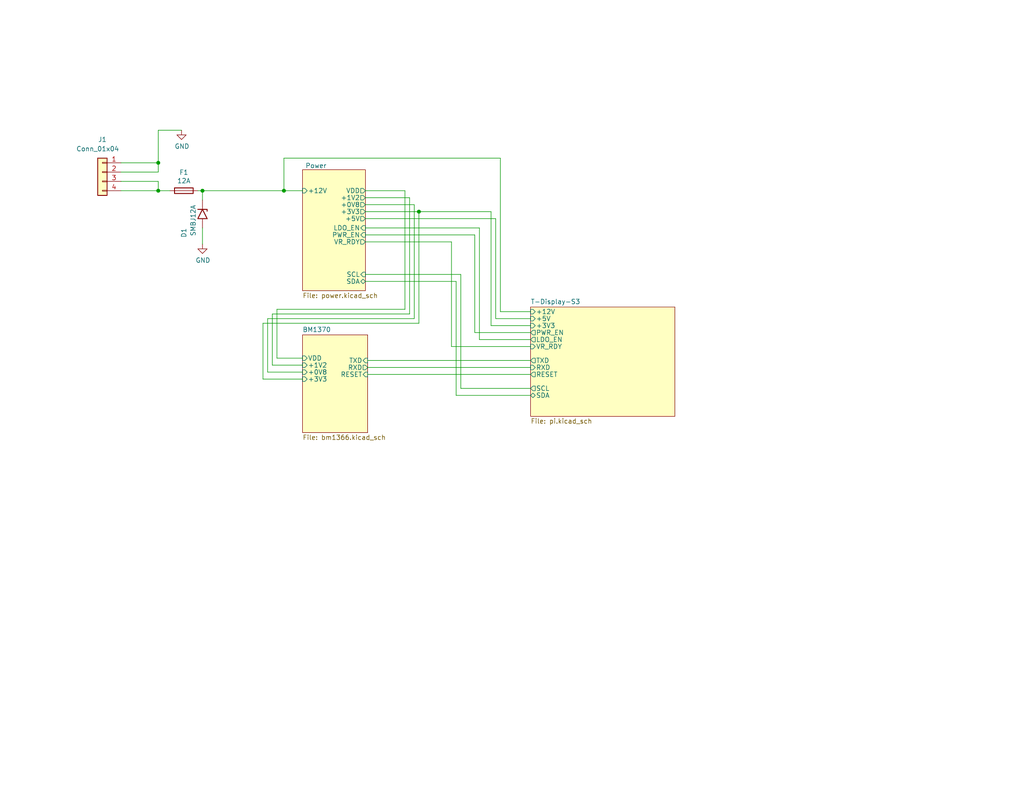
<source format=kicad_sch>
(kicad_sch
	(version 20231120)
	(generator "eeschema")
	(generator_version "8.0")
	(uuid "e63e39d7-6ac0-4ffd-8aa3-1841a4541b55")
	(paper "A")
	(title_block
		(title "BM1366 PiAxe")
		(date "2023-10-10")
		(rev "202")
	)
	(lib_symbols
		(symbol "Connector_Generic:Conn_01x04"
			(pin_names
				(offset 1.016) hide)
			(exclude_from_sim no)
			(in_bom yes)
			(on_board yes)
			(property "Reference" "J"
				(at 0 5.08 0)
				(effects
					(font
						(size 1.27 1.27)
					)
				)
			)
			(property "Value" "Conn_01x04"
				(at 0 -7.62 0)
				(effects
					(font
						(size 1.27 1.27)
					)
				)
			)
			(property "Footprint" ""
				(at 0 0 0)
				(effects
					(font
						(size 1.27 1.27)
					)
					(hide yes)
				)
			)
			(property "Datasheet" "~"
				(at 0 0 0)
				(effects
					(font
						(size 1.27 1.27)
					)
					(hide yes)
				)
			)
			(property "Description" "Generic connector, single row, 01x04, script generated (kicad-library-utils/schlib/autogen/connector/)"
				(at 0 0 0)
				(effects
					(font
						(size 1.27 1.27)
					)
					(hide yes)
				)
			)
			(property "ki_keywords" "connector"
				(at 0 0 0)
				(effects
					(font
						(size 1.27 1.27)
					)
					(hide yes)
				)
			)
			(property "ki_fp_filters" "Connector*:*_1x??_*"
				(at 0 0 0)
				(effects
					(font
						(size 1.27 1.27)
					)
					(hide yes)
				)
			)
			(symbol "Conn_01x04_1_1"
				(rectangle
					(start -1.27 -4.953)
					(end 0 -5.207)
					(stroke
						(width 0.1524)
						(type default)
					)
					(fill
						(type none)
					)
				)
				(rectangle
					(start -1.27 -2.413)
					(end 0 -2.667)
					(stroke
						(width 0.1524)
						(type default)
					)
					(fill
						(type none)
					)
				)
				(rectangle
					(start -1.27 0.127)
					(end 0 -0.127)
					(stroke
						(width 0.1524)
						(type default)
					)
					(fill
						(type none)
					)
				)
				(rectangle
					(start -1.27 2.667)
					(end 0 2.413)
					(stroke
						(width 0.1524)
						(type default)
					)
					(fill
						(type none)
					)
				)
				(rectangle
					(start -1.27 3.81)
					(end 1.27 -6.35)
					(stroke
						(width 0.254)
						(type default)
					)
					(fill
						(type background)
					)
				)
				(pin passive line
					(at -5.08 2.54 0)
					(length 3.81)
					(name "Pin_1"
						(effects
							(font
								(size 1.27 1.27)
							)
						)
					)
					(number "1"
						(effects
							(font
								(size 1.27 1.27)
							)
						)
					)
				)
				(pin passive line
					(at -5.08 0 0)
					(length 3.81)
					(name "Pin_2"
						(effects
							(font
								(size 1.27 1.27)
							)
						)
					)
					(number "2"
						(effects
							(font
								(size 1.27 1.27)
							)
						)
					)
				)
				(pin passive line
					(at -5.08 -2.54 0)
					(length 3.81)
					(name "Pin_3"
						(effects
							(font
								(size 1.27 1.27)
							)
						)
					)
					(number "3"
						(effects
							(font
								(size 1.27 1.27)
							)
						)
					)
				)
				(pin passive line
					(at -5.08 -5.08 0)
					(length 3.81)
					(name "Pin_4"
						(effects
							(font
								(size 1.27 1.27)
							)
						)
					)
					(number "4"
						(effects
							(font
								(size 1.27 1.27)
							)
						)
					)
				)
			)
		)
		(symbol "Device:Fuse"
			(pin_numbers hide)
			(pin_names
				(offset 0)
			)
			(exclude_from_sim no)
			(in_bom yes)
			(on_board yes)
			(property "Reference" "F"
				(at 2.032 0 90)
				(effects
					(font
						(size 1.27 1.27)
					)
				)
			)
			(property "Value" "Fuse"
				(at -1.905 0 90)
				(effects
					(font
						(size 1.27 1.27)
					)
				)
			)
			(property "Footprint" ""
				(at -1.778 0 90)
				(effects
					(font
						(size 1.27 1.27)
					)
					(hide yes)
				)
			)
			(property "Datasheet" "~"
				(at 0 0 0)
				(effects
					(font
						(size 1.27 1.27)
					)
					(hide yes)
				)
			)
			(property "Description" "Fuse"
				(at 0 0 0)
				(effects
					(font
						(size 1.27 1.27)
					)
					(hide yes)
				)
			)
			(property "ki_keywords" "fuse"
				(at 0 0 0)
				(effects
					(font
						(size 1.27 1.27)
					)
					(hide yes)
				)
			)
			(property "ki_fp_filters" "*Fuse*"
				(at 0 0 0)
				(effects
					(font
						(size 1.27 1.27)
					)
					(hide yes)
				)
			)
			(symbol "Fuse_0_1"
				(rectangle
					(start -0.762 -2.54)
					(end 0.762 2.54)
					(stroke
						(width 0.254)
						(type default)
					)
					(fill
						(type none)
					)
				)
				(polyline
					(pts
						(xy 0 2.54) (xy 0 -2.54)
					)
					(stroke
						(width 0)
						(type default)
					)
					(fill
						(type none)
					)
				)
			)
			(symbol "Fuse_1_1"
				(pin passive line
					(at 0 3.81 270)
					(length 1.27)
					(name "~"
						(effects
							(font
								(size 1.27 1.27)
							)
						)
					)
					(number "1"
						(effects
							(font
								(size 1.27 1.27)
							)
						)
					)
				)
				(pin passive line
					(at 0 -3.81 90)
					(length 1.27)
					(name "~"
						(effects
							(font
								(size 1.27 1.27)
							)
						)
					)
					(number "2"
						(effects
							(font
								(size 1.27 1.27)
							)
						)
					)
				)
			)
		)
		(symbol "Diode:5KPxxA"
			(pin_numbers hide)
			(pin_names
				(offset 1.016) hide)
			(exclude_from_sim no)
			(in_bom yes)
			(on_board yes)
			(property "Reference" "D"
				(at 0 2.54 0)
				(effects
					(font
						(size 1.27 1.27)
					)
				)
			)
			(property "Value" "5KPxxA"
				(at 0 -2.54 0)
				(effects
					(font
						(size 1.27 1.27)
					)
				)
			)
			(property "Footprint" "Diode_THT:D_P600_R-6_P20.00mm_Horizontal"
				(at 0 -5.08 0)
				(effects
					(font
						(size 1.27 1.27)
					)
					(hide yes)
				)
			)
			(property "Datasheet" "https://diotec.com/tl_files/diotec/files/pdf/datasheets/5kp65.pdf"
				(at -1.27 0 0)
				(effects
					(font
						(size 1.27 1.27)
					)
					(hide yes)
				)
			)
			(property "Description" "5000W unidirectional Transient Voltage Suppressor, P-600"
				(at 0 0 0)
				(effects
					(font
						(size 1.27 1.27)
					)
					(hide yes)
				)
			)
			(property "ki_keywords" "diode TVS voltage suppressor"
				(at 0 0 0)
				(effects
					(font
						(size 1.27 1.27)
					)
					(hide yes)
				)
			)
			(property "ki_fp_filters" "D?P600*"
				(at 0 0 0)
				(effects
					(font
						(size 1.27 1.27)
					)
					(hide yes)
				)
			)
			(symbol "5KPxxA_0_1"
				(polyline
					(pts
						(xy -0.762 1.27) (xy -1.27 1.27) (xy -1.27 -1.27)
					)
					(stroke
						(width 0.254)
						(type default)
					)
					(fill
						(type none)
					)
				)
				(polyline
					(pts
						(xy 1.27 1.27) (xy 1.27 -1.27) (xy -1.27 0) (xy 1.27 1.27)
					)
					(stroke
						(width 0.254)
						(type default)
					)
					(fill
						(type none)
					)
				)
			)
			(symbol "5KPxxA_1_1"
				(pin passive line
					(at -3.81 0 0)
					(length 2.54)
					(name "A1"
						(effects
							(font
								(size 1.27 1.27)
							)
						)
					)
					(number "1"
						(effects
							(font
								(size 1.27 1.27)
							)
						)
					)
				)
				(pin passive line
					(at 3.81 0 180)
					(length 2.54)
					(name "A2"
						(effects
							(font
								(size 1.27 1.27)
							)
						)
					)
					(number "2"
						(effects
							(font
								(size 1.27 1.27)
							)
						)
					)
				)
			)
		)
		(symbol "power:GND"
			(power)
			(pin_names
				(offset 0)
			)
			(exclude_from_sim no)
			(in_bom yes)
			(on_board yes)
			(property "Reference" "#PWR"
				(at 0 -6.35 0)
				(effects
					(font
						(size 1.27 1.27)
					)
					(hide yes)
				)
			)
			(property "Value" "GND"
				(at 0 -3.81 0)
				(effects
					(font
						(size 1.27 1.27)
					)
				)
			)
			(property "Footprint" ""
				(at 0 0 0)
				(effects
					(font
						(size 1.27 1.27)
					)
					(hide yes)
				)
			)
			(property "Datasheet" ""
				(at 0 0 0)
				(effects
					(font
						(size 1.27 1.27)
					)
					(hide yes)
				)
			)
			(property "Description" "Power symbol creates a global label with name \"GND\" , ground"
				(at 0 0 0)
				(effects
					(font
						(size 1.27 1.27)
					)
					(hide yes)
				)
			)
			(property "ki_keywords" "global power"
				(at 0 0 0)
				(effects
					(font
						(size 1.27 1.27)
					)
					(hide yes)
				)
			)
			(symbol "GND_0_1"
				(polyline
					(pts
						(xy 0 0) (xy 0 -1.27) (xy 1.27 -1.27) (xy 0 -2.54) (xy -1.27 -1.27) (xy 0 -1.27)
					)
					(stroke
						(width 0)
						(type default)
					)
					(fill
						(type none)
					)
				)
			)
			(symbol "GND_1_1"
				(pin power_in line
					(at 0 0 270)
					(length 0) hide
					(name "GND"
						(effects
							(font
								(size 1.27 1.27)
							)
						)
					)
					(number "1"
						(effects
							(font
								(size 1.27 1.27)
							)
						)
					)
				)
			)
		)
	)
	(junction
		(at 114.3 57.785)
		(diameter 0)
		(color 0 0 0 0)
		(uuid "b5233783-4342-4ecf-8be1-54b903a1f39a")
	)
	(junction
		(at 43.18 44.45)
		(diameter 0)
		(color 0 0 0 0)
		(uuid "cfd908bf-51a0-4e99-8f34-45cd7ec71dd6")
	)
	(junction
		(at 55.245 52.07)
		(diameter 0)
		(color 0 0 0 0)
		(uuid "d4abd169-31b8-4876-9b55-a395ccee7425")
	)
	(junction
		(at 77.47 52.07)
		(diameter 0)
		(color 0 0 0 0)
		(uuid "e410ebcf-abd0-4643-97f0-c708d4f136ab")
	)
	(junction
		(at 43.18 52.07)
		(diameter 0)
		(color 0 0 0 0)
		(uuid "e5e89e41-ece4-4c9d-8982-cd5fd3cc532d")
	)
	(wire
		(pts
			(xy 43.18 35.56) (xy 43.18 44.45)
		)
		(stroke
			(width 0)
			(type default)
		)
		(uuid "036a9d2e-0187-4b0e-a8cd-1e7ef9989dd6")
	)
	(wire
		(pts
			(xy 99.695 62.23) (xy 130.81 62.23)
		)
		(stroke
			(width 0)
			(type default)
		)
		(uuid "070bba3f-6a37-4389-88ff-36d8bfac0d9d")
	)
	(wire
		(pts
			(xy 111.76 85.725) (xy 74.295 85.725)
		)
		(stroke
			(width 0)
			(type default)
		)
		(uuid "08027626-f0df-45a4-b700-c9620ad20ab0")
	)
	(wire
		(pts
			(xy 125.73 74.93) (xy 125.73 106.045)
		)
		(stroke
			(width 0)
			(type default)
		)
		(uuid "13eeda79-7e4a-4af4-9388-46afca948a59")
	)
	(wire
		(pts
			(xy 99.695 76.835) (xy 124.46 76.835)
		)
		(stroke
			(width 0)
			(type default)
		)
		(uuid "19df049a-5a00-4522-9e48-62aaf334337a")
	)
	(wire
		(pts
			(xy 74.295 85.725) (xy 74.295 99.695)
		)
		(stroke
			(width 0)
			(type default)
		)
		(uuid "1b08b830-161a-4815-98cb-34882624fee0")
	)
	(wire
		(pts
			(xy 110.49 84.455) (xy 75.565 84.455)
		)
		(stroke
			(width 0)
			(type default)
		)
		(uuid "1dacbd61-cb0b-4f80-84e4-d13a9defc121")
	)
	(wire
		(pts
			(xy 53.975 52.07) (xy 55.245 52.07)
		)
		(stroke
			(width 0)
			(type default)
		)
		(uuid "1e418b08-1964-40d7-b4ed-9bf850aeb0b0")
	)
	(wire
		(pts
			(xy 73.025 101.6) (xy 82.55 101.6)
		)
		(stroke
			(width 0)
			(type default)
		)
		(uuid "23458c65-a2cb-4a52-b2b2-046a364f6502")
	)
	(wire
		(pts
			(xy 100.33 100.33) (xy 144.78 100.33)
		)
		(stroke
			(width 0)
			(type default)
		)
		(uuid "27eb412b-6e4b-4eff-856a-92a9ecd4cda7")
	)
	(wire
		(pts
			(xy 73.025 86.995) (xy 73.025 101.6)
		)
		(stroke
			(width 0)
			(type default)
		)
		(uuid "2acb80d8-52a3-4eac-9dbd-4efdf7dcebd9")
	)
	(wire
		(pts
			(xy 99.695 53.975) (xy 111.76 53.975)
		)
		(stroke
			(width 0)
			(type default)
		)
		(uuid "32ea096c-9484-4b4c-8fff-cbc9bb0149e6")
	)
	(wire
		(pts
			(xy 33.02 49.53) (xy 43.18 49.53)
		)
		(stroke
			(width 0)
			(type default)
		)
		(uuid "3498200c-cfe0-427b-af32-84c9e19c7018")
	)
	(wire
		(pts
			(xy 33.02 46.99) (xy 43.18 46.99)
		)
		(stroke
			(width 0)
			(type default)
		)
		(uuid "34f4220f-2ff8-4135-8487-397150a6c02d")
	)
	(wire
		(pts
			(xy 43.18 52.07) (xy 46.355 52.07)
		)
		(stroke
			(width 0)
			(type default)
		)
		(uuid "3e2359fc-2f72-4a97-bbc0-eb785a6e076b")
	)
	(wire
		(pts
			(xy 129.54 64.135) (xy 129.54 90.805)
		)
		(stroke
			(width 0)
			(type default)
		)
		(uuid "402f0d48-2e95-430c-95da-49973b1a9b98")
	)
	(wire
		(pts
			(xy 71.755 88.265) (xy 71.755 103.505)
		)
		(stroke
			(width 0)
			(type default)
		)
		(uuid "41680ea4-fa9d-45f7-99a2-a79f16fed2de")
	)
	(wire
		(pts
			(xy 114.3 88.265) (xy 71.755 88.265)
		)
		(stroke
			(width 0)
			(type default)
		)
		(uuid "43d05d6a-5e96-45af-8a44-e52e6d1c1a95")
	)
	(wire
		(pts
			(xy 129.54 90.805) (xy 144.78 90.805)
		)
		(stroke
			(width 0)
			(type default)
		)
		(uuid "542768bc-506a-4dbc-b3d0-a683ec0821ec")
	)
	(wire
		(pts
			(xy 136.525 43.18) (xy 136.525 85.09)
		)
		(stroke
			(width 0)
			(type default)
		)
		(uuid "5d1ea399-0ff6-47f3-a59c-d197b56d7ca7")
	)
	(wire
		(pts
			(xy 77.47 43.18) (xy 136.525 43.18)
		)
		(stroke
			(width 0)
			(type default)
		)
		(uuid "5ece70bf-15c8-41af-9a03-77c6b516dac9")
	)
	(wire
		(pts
			(xy 110.49 52.07) (xy 110.49 84.455)
		)
		(stroke
			(width 0)
			(type default)
		)
		(uuid "61f89c08-cdae-4f64-b3f6-02c51988d5bb")
	)
	(wire
		(pts
			(xy 100.33 102.235) (xy 144.78 102.235)
		)
		(stroke
			(width 0)
			(type default)
		)
		(uuid "634e42e1-ce31-4f2d-99fb-21e57a258453")
	)
	(wire
		(pts
			(xy 77.47 52.07) (xy 77.47 43.18)
		)
		(stroke
			(width 0)
			(type default)
		)
		(uuid "69d749ae-db91-42f3-bd64-791f20800e33")
	)
	(wire
		(pts
			(xy 71.755 103.505) (xy 82.55 103.505)
		)
		(stroke
			(width 0)
			(type default)
		)
		(uuid "6e22566e-eb9b-469e-b054-15576732e67b")
	)
	(wire
		(pts
			(xy 49.53 35.56) (xy 43.18 35.56)
		)
		(stroke
			(width 0)
			(type default)
		)
		(uuid "6e570f84-5395-4402-aa19-62166dfce7c0")
	)
	(wire
		(pts
			(xy 74.295 99.695) (xy 82.55 99.695)
		)
		(stroke
			(width 0)
			(type default)
		)
		(uuid "727425b9-00a0-47f6-bc48-b1dee4f49451")
	)
	(wire
		(pts
			(xy 135.255 86.995) (xy 144.78 86.995)
		)
		(stroke
			(width 0)
			(type default)
		)
		(uuid "73f14476-4431-47af-b62e-53262d1c3312")
	)
	(wire
		(pts
			(xy 99.695 74.93) (xy 125.73 74.93)
		)
		(stroke
			(width 0)
			(type default)
		)
		(uuid "7431ee9d-673a-4f57-bb8b-843583730eb7")
	)
	(wire
		(pts
			(xy 144.78 88.9) (xy 133.985 88.9)
		)
		(stroke
			(width 0)
			(type default)
		)
		(uuid "763362a7-5988-4d83-b194-89aea5729ccc")
	)
	(wire
		(pts
			(xy 113.03 86.995) (xy 73.025 86.995)
		)
		(stroke
			(width 0)
			(type default)
		)
		(uuid "7833b228-7c4c-4feb-95f1-7604e0451fa9")
	)
	(wire
		(pts
			(xy 99.695 59.69) (xy 135.255 59.69)
		)
		(stroke
			(width 0)
			(type default)
		)
		(uuid "7c526b50-ca83-4300-b829-000f2bb616f2")
	)
	(wire
		(pts
			(xy 135.255 59.69) (xy 135.255 86.995)
		)
		(stroke
			(width 0)
			(type default)
		)
		(uuid "7cc983cc-c2b9-4145-95e5-40c64e2ab3af")
	)
	(wire
		(pts
			(xy 133.985 88.9) (xy 133.985 57.785)
		)
		(stroke
			(width 0)
			(type default)
		)
		(uuid "7e703a73-1c81-4d84-b601-c65ba2314845")
	)
	(wire
		(pts
			(xy 75.565 97.79) (xy 82.55 97.79)
		)
		(stroke
			(width 0)
			(type default)
		)
		(uuid "7fb54ec0-2266-4b43-be9a-e369dcd4acf7")
	)
	(wire
		(pts
			(xy 130.81 92.71) (xy 144.78 92.71)
		)
		(stroke
			(width 0)
			(type default)
		)
		(uuid "8222660a-55d6-4c18-bcab-4a5cf6b98895")
	)
	(wire
		(pts
			(xy 125.73 106.045) (xy 144.78 106.045)
		)
		(stroke
			(width 0)
			(type default)
		)
		(uuid "86b29b25-585c-4977-a59a-f25a472d8005")
	)
	(wire
		(pts
			(xy 114.3 57.785) (xy 114.3 88.265)
		)
		(stroke
			(width 0)
			(type default)
		)
		(uuid "8b5582fe-50d5-49e7-bd1d-a2e40ee21643")
	)
	(wire
		(pts
			(xy 55.245 54.61) (xy 55.245 52.07)
		)
		(stroke
			(width 0)
			(type default)
		)
		(uuid "8d94372b-355b-48f3-bc08-47cb10836368")
	)
	(wire
		(pts
			(xy 33.02 44.45) (xy 43.18 44.45)
		)
		(stroke
			(width 0)
			(type default)
		)
		(uuid "963228d6-0c35-4a2f-95a6-6b0ae7d0a93d")
	)
	(wire
		(pts
			(xy 99.695 66.04) (xy 123.19 66.04)
		)
		(stroke
			(width 0)
			(type default)
		)
		(uuid "b127e696-1e36-47bf-b7a8-fc9800813793")
	)
	(wire
		(pts
			(xy 123.19 94.615) (xy 144.78 94.615)
		)
		(stroke
			(width 0)
			(type default)
		)
		(uuid "b13563d8-456b-4812-848f-e4340bba19ed")
	)
	(wire
		(pts
			(xy 55.245 66.675) (xy 55.245 62.23)
		)
		(stroke
			(width 0)
			(type default)
		)
		(uuid "b2a883b1-c2b5-4679-a303-842276528c9a")
	)
	(wire
		(pts
			(xy 124.46 107.95) (xy 144.78 107.95)
		)
		(stroke
			(width 0)
			(type default)
		)
		(uuid "b97e908c-99cc-4c9d-a06c-3f6471d4268f")
	)
	(wire
		(pts
			(xy 77.47 52.07) (xy 82.55 52.07)
		)
		(stroke
			(width 0)
			(type default)
		)
		(uuid "ba797169-469c-4d55-a261-08f054f5ba4e")
	)
	(wire
		(pts
			(xy 113.03 55.88) (xy 113.03 86.995)
		)
		(stroke
			(width 0)
			(type default)
		)
		(uuid "c1d00b75-250b-440b-9221-2eab7439fb1b")
	)
	(wire
		(pts
			(xy 99.695 57.785) (xy 114.3 57.785)
		)
		(stroke
			(width 0)
			(type default)
		)
		(uuid "c44620ab-327f-4f1c-aef4-70957e7c2642")
	)
	(wire
		(pts
			(xy 133.985 57.785) (xy 114.3 57.785)
		)
		(stroke
			(width 0)
			(type default)
		)
		(uuid "c4941bdf-b184-45ef-b4d5-a110373a68c3")
	)
	(wire
		(pts
			(xy 75.565 84.455) (xy 75.565 97.79)
		)
		(stroke
			(width 0)
			(type default)
		)
		(uuid "cd8db122-520d-4fc1-a1f8-b0179b4e0798")
	)
	(wire
		(pts
			(xy 130.81 62.23) (xy 130.81 92.71)
		)
		(stroke
			(width 0)
			(type default)
		)
		(uuid "ce86f801-a381-4046-a48e-420164ca2236")
	)
	(wire
		(pts
			(xy 136.525 85.09) (xy 144.78 85.09)
		)
		(stroke
			(width 0)
			(type default)
		)
		(uuid "d11b2266-a980-4125-ae7a-4160b48fa46b")
	)
	(wire
		(pts
			(xy 99.695 55.88) (xy 113.03 55.88)
		)
		(stroke
			(width 0)
			(type default)
		)
		(uuid "dbdc90cd-86c0-4c00-b5ba-542abcb9a53e")
	)
	(wire
		(pts
			(xy 33.02 52.07) (xy 43.18 52.07)
		)
		(stroke
			(width 0)
			(type default)
		)
		(uuid "df5d3777-4bb4-4acc-af21-0c825dc24d48")
	)
	(wire
		(pts
			(xy 43.18 49.53) (xy 43.18 52.07)
		)
		(stroke
			(width 0)
			(type default)
		)
		(uuid "dff0a995-0dcd-4048-8462-58bdda5bb249")
	)
	(wire
		(pts
			(xy 43.18 44.45) (xy 43.18 46.99)
		)
		(stroke
			(width 0)
			(type default)
		)
		(uuid "e07c4c44-15ae-48ab-9f53-795546dc8491")
	)
	(wire
		(pts
			(xy 100.33 98.425) (xy 144.78 98.425)
		)
		(stroke
			(width 0)
			(type default)
		)
		(uuid "e6b2747a-f5a2-4e0c-bc0f-8228c5a1f27c")
	)
	(wire
		(pts
			(xy 99.695 52.07) (xy 110.49 52.07)
		)
		(stroke
			(width 0)
			(type default)
		)
		(uuid "f416278d-5100-4d07-9fd7-952137597cc9")
	)
	(wire
		(pts
			(xy 99.695 64.135) (xy 129.54 64.135)
		)
		(stroke
			(width 0)
			(type default)
		)
		(uuid "f6236aa7-cf70-473e-82fc-702215c12694")
	)
	(wire
		(pts
			(xy 111.76 53.975) (xy 111.76 85.725)
		)
		(stroke
			(width 0)
			(type default)
		)
		(uuid "f640cbd8-c9a8-42b2-9371-61df28d81f32")
	)
	(wire
		(pts
			(xy 123.19 66.04) (xy 123.19 94.615)
		)
		(stroke
			(width 0)
			(type default)
		)
		(uuid "f8f45941-8fe8-4dcc-95c9-85c47cf30571")
	)
	(wire
		(pts
			(xy 55.245 52.07) (xy 77.47 52.07)
		)
		(stroke
			(width 0)
			(type default)
		)
		(uuid "f96f61ad-e5c9-4476-a51d-dbf52372e77b")
	)
	(wire
		(pts
			(xy 124.46 76.835) (xy 124.46 107.95)
		)
		(stroke
			(width 0)
			(type default)
		)
		(uuid "ff831b5a-fca1-4d1c-962e-e1088d29c475")
	)
	(symbol
		(lib_id "power:GND")
		(at 55.245 66.675 0)
		(unit 1)
		(exclude_from_sim no)
		(in_bom yes)
		(on_board yes)
		(dnp no)
		(uuid "366429d3-0b04-4b5a-af9f-869274df5c3d")
		(property "Reference" "#PWR012"
			(at 55.245 73.025 0)
			(effects
				(font
					(size 1.27 1.27)
				)
				(hide yes)
			)
		)
		(property "Value" "GND"
			(at 55.372 71.0692 0)
			(effects
				(font
					(size 1.27 1.27)
				)
			)
		)
		(property "Footprint" ""
			(at 55.245 66.675 0)
			(effects
				(font
					(size 1.27 1.27)
				)
				(hide yes)
			)
		)
		(property "Datasheet" ""
			(at 55.245 66.675 0)
			(effects
				(font
					(size 1.27 1.27)
				)
				(hide yes)
			)
		)
		(property "Description" ""
			(at 55.245 66.675 0)
			(effects
				(font
					(size 1.27 1.27)
				)
				(hide yes)
			)
		)
		(pin "1"
			(uuid "84035115-0ee8-4d58-9ee5-3b7f29faf374")
		)
		(instances
			(project "pferdibank"
				(path "/664662ce-7428-4243-a287-5a291ff0d522"
					(reference "#PWR012")
					(unit 1)
				)
			)
			(project "Nerd8"
				(path "/e63e39d7-6ac0-4ffd-8aa3-1841a4541b55"
					(reference "#PWR04")
					(unit 1)
				)
			)
		)
	)
	(symbol
		(lib_id "Connector_Generic:Conn_01x04")
		(at 27.94 46.99 0)
		(mirror y)
		(unit 1)
		(exclude_from_sim no)
		(in_bom yes)
		(on_board yes)
		(dnp no)
		(uuid "6ab48a75-8d2e-48ee-9d34-2bd7545ed079")
		(property "Reference" "J1"
			(at 27.94 38.1 0)
			(effects
				(font
					(size 1.27 1.27)
				)
			)
		)
		(property "Value" "Conn_01x04"
			(at 26.67 40.64 0)
			(effects
				(font
					(size 1.27 1.27)
				)
			)
		)
		(property "Footprint" "footprints:Barrier Terminal 01x04"
			(at 27.94 46.99 0)
			(effects
				(font
					(size 1.27 1.27)
				)
				(hide yes)
			)
		)
		(property "Datasheet" "~"
			(at 27.94 46.99 0)
			(effects
				(font
					(size 1.27 1.27)
				)
				(hide yes)
			)
		)
		(property "Description" "Generic connector, single row, 01x04, script generated (kicad-library-utils/schlib/autogen/connector/)"
			(at 27.94 46.99 0)
			(effects
				(font
					(size 1.27 1.27)
				)
				(hide yes)
			)
		)
		(property "Distributor" "D"
			(at 27.94 46.99 0)
			(effects
				(font
					(size 1.27 1.27)
				)
				(hide yes)
			)
		)
		(property "Manufacturer" "YK5110403000G"
			(at 27.94 46.99 0)
			(effects
				(font
					(size 1.27 1.27)
				)
				(hide yes)
			)
		)
		(property "OrderNr" "YK5110403000G-ND"
			(at 27.94 46.99 0)
			(effects
				(font
					(size 1.27 1.27)
				)
				(hide yes)
			)
		)
		(pin "3"
			(uuid "37a1f227-cc28-4e2b-b627-9bfe846a8269")
		)
		(pin "4"
			(uuid "1055cf95-9694-4eb1-b7b4-0c98df2349b3")
		)
		(pin "1"
			(uuid "14ba903d-3a61-4067-9f28-f51b1b9429ff")
		)
		(pin "2"
			(uuid "e767c788-5a55-4b24-a45c-af1dfd20c5da")
		)
		(instances
			(project "Nerd8"
				(path "/e63e39d7-6ac0-4ffd-8aa3-1841a4541b55"
					(reference "J1")
					(unit 1)
				)
			)
		)
	)
	(symbol
		(lib_id "Diode:5KPxxA")
		(at 55.245 58.42 270)
		(unit 1)
		(exclude_from_sim no)
		(in_bom yes)
		(on_board yes)
		(dnp no)
		(uuid "78b8dad5-172a-4fbb-a0fa-b5f4c2b863db")
		(property "Reference" "D3"
			(at 50.165 62.23 0)
			(effects
				(font
					(size 1.27 1.27)
				)
				(justify left)
			)
		)
		(property "Value" "SMBJ12A"
			(at 52.705 55.88 0)
			(effects
				(font
					(size 1.27 1.27)
				)
				(justify left)
			)
		)
		(property "Footprint" "Diode_SMD:D_SMB"
			(at 50.165 58.42 0)
			(effects
				(font
					(size 1.27 1.27)
				)
				(hide yes)
			)
		)
		(property "Datasheet" ""
			(at 55.245 57.15 0)
			(effects
				(font
					(size 1.27 1.27)
				)
				(hide yes)
			)
		)
		(property "Description" ""
			(at 55.245 58.42 0)
			(effects
				(font
					(size 1.27 1.27)
				)
				(hide yes)
			)
		)
		(property "Distributor" "D"
			(at 55.245 58.42 0)
			(effects
				(font
					(size 1.27 1.27)
				)
				(hide yes)
			)
		)
		(property "Manufacturer" "SMBJ12A"
			(at 55.245 58.42 0)
			(effects
				(font
					(size 1.27 1.27)
				)
				(hide yes)
			)
		)
		(property "OrderNr" "SMBJ12ALFCT-ND"
			(at 55.245 58.42 0)
			(effects
				(font
					(size 1.27 1.27)
				)
				(hide yes)
			)
		)
		(pin "1"
			(uuid "da3c1dd9-13e5-4a98-bf63-9ddff2ae49c2")
		)
		(pin "2"
			(uuid "48b03b63-d34f-44b6-953f-fa13bd25e883")
		)
		(instances
			(project "pferdibank"
				(path "/664662ce-7428-4243-a287-5a291ff0d522"
					(reference "D3")
					(unit 1)
				)
			)
			(project "Nerd8"
				(path "/e63e39d7-6ac0-4ffd-8aa3-1841a4541b55"
					(reference "D1")
					(unit 1)
				)
			)
		)
	)
	(symbol
		(lib_id "power:GND")
		(at 49.53 35.56 0)
		(unit 1)
		(exclude_from_sim no)
		(in_bom yes)
		(on_board yes)
		(dnp no)
		(uuid "b2e66b1d-53d4-4fb5-85be-f7217978825c")
		(property "Reference" "#PWR01"
			(at 49.53 41.91 0)
			(effects
				(font
					(size 1.27 1.27)
				)
				(hide yes)
			)
		)
		(property "Value" "GND"
			(at 49.657 39.9542 0)
			(effects
				(font
					(size 1.27 1.27)
				)
			)
		)
		(property "Footprint" ""
			(at 49.53 35.56 0)
			(effects
				(font
					(size 1.27 1.27)
				)
				(hide yes)
			)
		)
		(property "Datasheet" ""
			(at 49.53 35.56 0)
			(effects
				(font
					(size 1.27 1.27)
				)
				(hide yes)
			)
		)
		(property "Description" ""
			(at 49.53 35.56 0)
			(effects
				(font
					(size 1.27 1.27)
				)
				(hide yes)
			)
		)
		(pin "1"
			(uuid "f59578d0-1a29-4d65-b645-e92ee63ea884")
		)
		(instances
			(project "pferdibank"
				(path "/664662ce-7428-4243-a287-5a291ff0d522"
					(reference "#PWR01")
					(unit 1)
				)
			)
			(project "Nerd8"
				(path "/e63e39d7-6ac0-4ffd-8aa3-1841a4541b55"
					(reference "#PWR03")
					(unit 1)
				)
			)
		)
	)
	(symbol
		(lib_id "Device:Fuse")
		(at 50.165 52.07 270)
		(unit 1)
		(exclude_from_sim no)
		(in_bom yes)
		(on_board yes)
		(dnp no)
		(uuid "fa5bf12f-e3bc-4c4f-a0c6-7ef37fa6dcdf")
		(property "Reference" "F1"
			(at 50.165 47.0662 90)
			(effects
				(font
					(size 1.27 1.27)
				)
			)
		)
		(property "Value" "12A"
			(at 50.165 49.3776 90)
			(effects
				(font
					(size 1.27 1.27)
				)
			)
		)
		(property "Footprint" "myfootprints:fuseholder_littlefuse_blok"
			(at 50.165 50.292 90)
			(effects
				(font
					(size 1.27 1.27)
				)
				(hide yes)
			)
		)
		(property "Datasheet" "~"
			(at 50.165 52.07 0)
			(effects
				(font
					(size 1.27 1.27)
				)
				(hide yes)
			)
		)
		(property "Description" ""
			(at 50.165 52.07 0)
			(effects
				(font
					(size 1.27 1.27)
				)
				(hide yes)
			)
		)
		(property "Distributor" "D"
			(at 50.165 52.07 0)
			(effects
				(font
					(size 1.27 1.27)
				)
				(hide yes)
			)
		)
		(property "Manufacturer" "0451012.MRL"
			(at 50.165 52.07 0)
			(effects
				(font
					(size 1.27 1.27)
				)
				(hide yes)
			)
		)
		(property "OrderNr" "F1228CT-ND"
			(at 50.165 52.07 0)
			(effects
				(font
					(size 1.27 1.27)
				)
				(hide yes)
			)
		)
		(pin "1"
			(uuid "587e6054-0bf2-4a1f-9fc1-f2dffe0fe57b")
		)
		(pin "2"
			(uuid "55187854-9077-4a8e-8b97-d942025cfdc8")
		)
		(instances
			(project "pferdibank"
				(path "/664662ce-7428-4243-a287-5a291ff0d522"
					(reference "F1")
					(unit 1)
				)
			)
			(project "Nerd8"
				(path "/e63e39d7-6ac0-4ffd-8aa3-1841a4541b55"
					(reference "F1")
					(unit 1)
				)
			)
		)
	)
	(sheet
		(at 82.55 91.44)
		(size 17.78 26.67)
		(fields_autoplaced yes)
		(stroke
			(width 0.1524)
			(type solid)
		)
		(fill
			(color 255 255 194 1.0000)
		)
		(uuid "4cf9c075-d009-4c35-9949-adda70ae20c7")
		(property "Sheetname" "BM1370"
			(at 82.55 90.7284 0)
			(effects
				(font
					(size 1.27 1.27)
				)
				(justify left bottom)
			)
		)
		(property "Sheetfile" "bm1366.kicad_sch"
			(at 82.55 118.6946 0)
			(effects
				(font
					(size 1.27 1.27)
				)
				(justify left top)
			)
		)
		(pin "VDD" input
			(at 82.55 97.79 180)
			(effects
				(font
					(size 1.27 1.27)
				)
				(justify left)
			)
			(uuid "98d606a4-14c8-4e93-a570-da31e11b5134")
		)
		(pin "+1V2" input
			(at 82.55 99.695 180)
			(effects
				(font
					(size 1.27 1.27)
				)
				(justify left)
			)
			(uuid "8686e89b-7475-4951-82ce-5007c2098456")
		)
		(pin "+0V8" input
			(at 82.55 101.6 180)
			(effects
				(font
					(size 1.27 1.27)
				)
				(justify left)
			)
			(uuid "cd007b3e-8a5e-4e77-9005-d1c89f30cc24")
		)
		(pin "+3V3" input
			(at 82.55 103.505 180)
			(effects
				(font
					(size 1.27 1.27)
				)
				(justify left)
			)
			(uuid "ed1d9c34-825b-4693-b9a6-e9be321ca291")
		)
		(pin "RXD" output
			(at 100.33 100.33 0)
			(effects
				(font
					(size 1.27 1.27)
				)
				(justify right)
			)
			(uuid "9cf18a49-978f-4321-946d-7ed0648d13d7")
		)
		(pin "TXD" input
			(at 100.33 98.425 0)
			(effects
				(font
					(size 1.27 1.27)
				)
				(justify right)
			)
			(uuid "826c94ea-87a1-4949-ac5b-01acf0d6b849")
		)
		(pin "RESET" input
			(at 100.33 102.235 0)
			(effects
				(font
					(size 1.27 1.27)
				)
				(justify right)
			)
			(uuid "eda17823-c04d-4e4d-b5e3-355ef2b8dd37")
		)
		(instances
			(project "Nerd8"
				(path "/e63e39d7-6ac0-4ffd-8aa3-1841a4541b55"
					(page "3")
				)
			)
		)
	)
	(sheet
		(at 82.55 46.355)
		(size 17.145 33.02)
		(stroke
			(width 0.1524)
			(type solid)
		)
		(fill
			(color 255 255 194 1.0000)
		)
		(uuid "8ec0a9c6-2b78-44ef-a83d-9047d2828409")
		(property "Sheetname" "Power"
			(at 83.312 45.974 0)
			(effects
				(font
					(size 1.27 1.27)
				)
				(justify left bottom)
			)
		)
		(property "Sheetfile" "power.kicad_sch"
			(at 82.55 79.9596 0)
			(effects
				(font
					(size 1.27 1.27)
				)
				(justify left top)
			)
		)
		(pin "VDD" output
			(at 99.695 52.07 0)
			(effects
				(font
					(size 1.27 1.27)
				)
				(justify right)
			)
			(uuid "3b863672-ddbf-482f-9a9b-b4a93e53bf0a")
		)
		(pin "+3V3" output
			(at 99.695 57.785 0)
			(effects
				(font
					(size 1.27 1.27)
				)
				(justify right)
			)
			(uuid "bba4c22b-dcce-4596-bd74-6c80522aedb9")
		)
		(pin "+1V2" output
			(at 99.695 53.975 0)
			(effects
				(font
					(size 1.27 1.27)
				)
				(justify right)
			)
			(uuid "8c4154a4-e411-4e41-bd0d-0299c05ea621")
		)
		(pin "+0V8" output
			(at 99.695 55.88 0)
			(effects
				(font
					(size 1.27 1.27)
				)
				(justify right)
			)
			(uuid "e14aa2a3-8699-4801-a938-9554f6bb819f")
		)
		(pin "+5V" output
			(at 99.695 59.69 0)
			(effects
				(font
					(size 1.27 1.27)
				)
				(justify right)
			)
			(uuid "a3b6afa3-baed-4328-be0d-fd6470ad4cbc")
		)
		(pin "+12V" input
			(at 82.55 52.07 180)
			(effects
				(font
					(size 1.27 1.27)
				)
				(justify left)
			)
			(uuid "ffdd16e2-d578-47df-b925-fcd7581dabd5")
		)
		(pin "SDA" bidirectional
			(at 99.695 76.835 0)
			(effects
				(font
					(size 1.27 1.27)
				)
				(justify right)
			)
			(uuid "55e772a4-52ba-411f-85e6-ada41cad8099")
		)
		(pin "SCL" input
			(at 99.695 74.93 0)
			(effects
				(font
					(size 1.27 1.27)
				)
				(justify right)
			)
			(uuid "802e5abb-4d11-4e8a-9319-ad8ff0cd5cff")
		)
		(pin "LDO_EN" input
			(at 99.695 62.23 0)
			(effects
				(font
					(size 1.27 1.27)
				)
				(justify right)
			)
			(uuid "4677aa43-7c88-4172-805e-b3c304b81e3c")
		)
		(pin "VR_RDY" output
			(at 99.695 66.04 0)
			(effects
				(font
					(size 1.27 1.27)
				)
				(justify right)
			)
			(uuid "d8edcad7-35f8-4f68-af7f-b69573176d91")
		)
		(pin "PWR_EN" input
			(at 99.695 64.135 0)
			(effects
				(font
					(size 1.27 1.27)
				)
				(justify right)
			)
			(uuid "6724ea3b-4996-46ba-bcf3-edca103129d4")
		)
		(instances
			(project "Nerd8"
				(path "/e63e39d7-6ac0-4ffd-8aa3-1841a4541b55"
					(page "2")
				)
			)
		)
	)
	(sheet
		(at 144.78 83.82)
		(size 39.37 29.845)
		(fields_autoplaced yes)
		(stroke
			(width 0.1524)
			(type solid)
		)
		(fill
			(color 255 255 194 1.0000)
		)
		(uuid "9bc1a7d6-07fa-4858-9423-fb2dbf7da294")
		(property "Sheetname" "T-Display-S3"
			(at 144.78 83.1084 0)
			(effects
				(font
					(size 1.27 1.27)
				)
				(justify left bottom)
			)
		)
		(property "Sheetfile" "pi.kicad_sch"
			(at 144.78 114.2496 0)
			(effects
				(font
					(size 1.27 1.27)
				)
				(justify left top)
			)
		)
		(pin "+3V3" input
			(at 144.78 88.9 180)
			(effects
				(font
					(size 1.27 1.27)
				)
				(justify left)
			)
			(uuid "7c5cf166-6e88-47f3-a8db-5dcabb4260e5")
		)
		(pin "RXD" input
			(at 144.78 100.33 180)
			(effects
				(font
					(size 1.27 1.27)
				)
				(justify left)
			)
			(uuid "5645c952-9ba4-4701-b7ec-741e1ea73c1c")
		)
		(pin "TXD" output
			(at 144.78 98.425 180)
			(effects
				(font
					(size 1.27 1.27)
				)
				(justify left)
			)
			(uuid "7c8f662a-c469-46aa-87bd-9781946da405")
		)
		(pin "RESET" output
			(at 144.78 102.235 180)
			(effects
				(font
					(size 1.27 1.27)
				)
				(justify left)
			)
			(uuid "db737479-42b6-40fb-b70e-25007ffed5e0")
		)
		(pin "+12V" input
			(at 144.78 85.09 180)
			(effects
				(font
					(size 1.27 1.27)
				)
				(justify left)
			)
			(uuid "9b12458f-2414-412a-aae9-d06f891360e1")
		)
		(pin "+5V" input
			(at 144.78 86.995 180)
			(effects
				(font
					(size 1.27 1.27)
				)
				(justify left)
			)
			(uuid "ef46b5ca-d15a-494d-83dc-7f8bc4ef9cc9")
		)
		(pin "SCL" output
			(at 144.78 106.045 180)
			(effects
				(font
					(size 1.27 1.27)
				)
				(justify left)
			)
			(uuid "e0fe4c68-f112-48fe-9ba5-9ec3762151c6")
		)
		(pin "SDA" bidirectional
			(at 144.78 107.95 180)
			(effects
				(font
					(size 1.27 1.27)
				)
				(justify left)
			)
			(uuid "e03bfdb1-56f7-4104-99b0-2aac0933382d")
		)
		(pin "LDO_EN" output
			(at 144.78 92.71 180)
			(effects
				(font
					(size 1.27 1.27)
				)
				(justify left)
			)
			(uuid "dd0ef59f-3786-40f8-8c56-86621b625185")
		)
		(pin "VR_RDY" input
			(at 144.78 94.615 180)
			(effects
				(font
					(size 1.27 1.27)
				)
				(justify left)
			)
			(uuid "68554d21-97bd-4d02-88b1-ea1c2fef0442")
		)
		(pin "PWR_EN" output
			(at 144.78 90.805 180)
			(effects
				(font
					(size 1.27 1.27)
				)
				(justify left)
			)
			(uuid "aa463c36-0080-4893-8f7e-83a28aa99587")
		)
		(instances
			(project "Nerd8"
				(path "/e63e39d7-6ac0-4ffd-8aa3-1841a4541b55"
					(page "8")
				)
			)
		)
	)
	(sheet_instances
		(path "/"
			(page "1")
		)
	)
)

</source>
